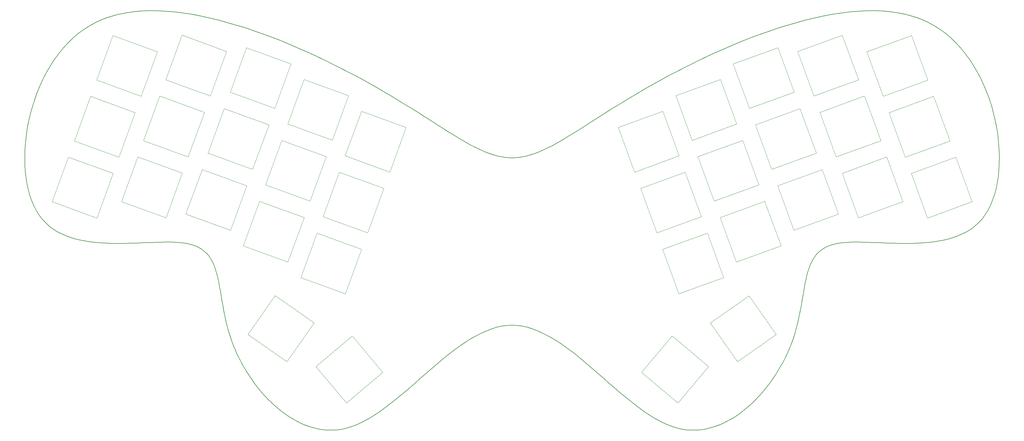
<source format=gm1>
%TF.GenerationSoftware,KiCad,Pcbnew,7.0.1-0*%
%TF.CreationDate,2023-05-23T19:45:04-04:00*%
%TF.ProjectId,plate,706c6174-652e-46b6-9963-61645f706362,rev?*%
%TF.SameCoordinates,Original*%
%TF.FileFunction,Profile,NP*%
%FSLAX46Y46*%
G04 Gerber Fmt 4.6, Leading zero omitted, Abs format (unit mm)*
G04 Created by KiCad (PCBNEW 7.0.1-0) date 2023-05-23 19:45:04*
%MOMM*%
%LPD*%
G01*
G04 APERTURE LIST*
%ADD10C,0.200000*%
%TA.AperFunction,Profile*%
%ADD11C,0.120000*%
%TD*%
G04 APERTURE END LIST*
D10*
X209989920Y-177473930D02*
X211496905Y-177545688D01*
X213003702Y-177755440D01*
X214510129Y-178094939D01*
X216016003Y-178555936D01*
X217521141Y-179130184D01*
X219025362Y-179809435D01*
X220528484Y-180585441D01*
X222030323Y-181449954D01*
X223530697Y-182394727D01*
X225029425Y-183411512D01*
X226526324Y-184492061D01*
X228021211Y-185628127D01*
X229513905Y-186811461D01*
X231004223Y-188033816D01*
X232491983Y-189286945D01*
X233977002Y-190562598D01*
X235459098Y-191852530D01*
X236938090Y-193148491D01*
X238413793Y-194442234D01*
X239886027Y-195725512D01*
X241354609Y-196990076D01*
X242819357Y-198227679D01*
X244280088Y-199430073D01*
X245736620Y-200589011D01*
X247188771Y-201696244D01*
X248636358Y-202743525D01*
X250079200Y-203722605D01*
X251517113Y-204625239D01*
X252949916Y-205443176D01*
X254377426Y-206168171D01*
X255799462Y-206791975D01*
X257215840Y-207306340D01*
X331448260Y-88474984D02*
X329500091Y-87631970D01*
X327472086Y-86925412D01*
X325369114Y-86350540D01*
X323196047Y-85902583D01*
X320957754Y-85576771D01*
X318659105Y-85368333D01*
X316304971Y-85272499D01*
X313900220Y-85284498D01*
X311449724Y-85399561D01*
X308958352Y-85612917D01*
X306430974Y-85919796D01*
X303872461Y-86315426D01*
X301287683Y-86795039D01*
X298681509Y-87353863D01*
X296058809Y-87987128D01*
X293424455Y-88690064D01*
X290783314Y-89457900D01*
X288140259Y-90285867D01*
X285500159Y-91169193D01*
X282867883Y-92103108D01*
X280248303Y-93082843D01*
X277646287Y-94103626D01*
X275066707Y-95160687D01*
X272514431Y-96249256D01*
X269994331Y-97364563D01*
X267511276Y-98501837D01*
X265070137Y-99656307D01*
X262675782Y-100823204D01*
X260333083Y-101997757D01*
X258046910Y-103175196D01*
X255822132Y-104350750D01*
X253663620Y-105519650D01*
X115796300Y-153741730D02*
X116742094Y-154018774D01*
X117610549Y-154353039D01*
X118405810Y-154742917D01*
X119132024Y-155186803D01*
X119793336Y-155683089D01*
X120393892Y-156230168D01*
X120937837Y-156826433D01*
X121429319Y-157470278D01*
X121872481Y-158160096D01*
X122271472Y-158894281D01*
X122630435Y-159671224D01*
X122953518Y-160489320D01*
X123244865Y-161346961D01*
X123508623Y-162242542D01*
X123748937Y-163174454D01*
X123969955Y-164141092D01*
X124175820Y-165140848D01*
X124370679Y-166172116D01*
X124558678Y-167233288D01*
X124743963Y-168322759D01*
X124930680Y-169438920D01*
X125122974Y-170580167D01*
X125324991Y-171744890D01*
X125540878Y-172931485D01*
X125774779Y-174138343D01*
X126030842Y-175363858D01*
X126313211Y-176606424D01*
X126626032Y-177864433D01*
X126973452Y-179136279D01*
X127359616Y-180420355D01*
X127788670Y-181715054D01*
X128264760Y-183018770D01*
X128264760Y-183018770D02*
X128791102Y-184329507D01*
X129367205Y-185643741D01*
X129991654Y-186957561D01*
X130663030Y-188267058D01*
X131379919Y-189568323D01*
X132140904Y-190857446D01*
X132944568Y-192130518D01*
X133789495Y-193383631D01*
X134674268Y-194612874D01*
X135597472Y-195814338D01*
X136557690Y-196984114D01*
X137553506Y-198118292D01*
X138583502Y-199212964D01*
X139646264Y-200264220D01*
X140740374Y-201268151D01*
X141864417Y-202220847D01*
X143016975Y-203118399D01*
X144196633Y-203956898D01*
X145401975Y-204732434D01*
X146631583Y-205441099D01*
X147884041Y-206078982D01*
X149157934Y-206642175D01*
X150451844Y-207126768D01*
X151764356Y-207528852D01*
X153094053Y-207844518D01*
X154439518Y-208069855D01*
X155799336Y-208200956D01*
X157172090Y-208233911D01*
X158556364Y-208164810D01*
X159950741Y-207989744D01*
X161353805Y-207704803D01*
X162764140Y-207306080D01*
X257215840Y-207306340D02*
X258626165Y-207705042D01*
X260029220Y-207989962D01*
X261423588Y-208165009D01*
X262807853Y-208234093D01*
X264180599Y-208201123D01*
X265540408Y-208070007D01*
X266885866Y-207844656D01*
X268215555Y-207528979D01*
X269528058Y-207126884D01*
X270821960Y-206642281D01*
X272095844Y-206079080D01*
X273348295Y-205441190D01*
X274577894Y-204732519D01*
X275783226Y-203956977D01*
X276962875Y-203118474D01*
X278115425Y-202220918D01*
X279239458Y-201268220D01*
X280333558Y-200264287D01*
X281396310Y-199213030D01*
X282426296Y-198118358D01*
X283422100Y-196984179D01*
X284382307Y-195814404D01*
X285305498Y-194612942D01*
X286190260Y-193383701D01*
X287035173Y-192130591D01*
X287838823Y-190857522D01*
X288599793Y-189568402D01*
X289316667Y-188267141D01*
X289988028Y-186957647D01*
X290612459Y-185643832D01*
X291188545Y-184329603D01*
X291714870Y-183018870D01*
X162764140Y-207306080D02*
X164180526Y-206791693D01*
X165602567Y-206167870D01*
X167030082Y-205442859D01*
X168462888Y-204624907D01*
X169900803Y-203722263D01*
X171343644Y-202743173D01*
X172791230Y-201695886D01*
X174243378Y-200588649D01*
X175699906Y-199429710D01*
X177160632Y-198227316D01*
X178625374Y-196989715D01*
X180093949Y-195725155D01*
X181566175Y-194441884D01*
X183041871Y-193148149D01*
X184520853Y-191852197D01*
X186002941Y-190562277D01*
X187487951Y-189286636D01*
X188975701Y-188033522D01*
X190466009Y-186811182D01*
X191958694Y-185627864D01*
X193453572Y-184491817D01*
X194950462Y-183411286D01*
X196449181Y-182394521D01*
X197949548Y-181449769D01*
X199451380Y-180585277D01*
X200954494Y-179809293D01*
X202458710Y-179130065D01*
X203963843Y-178555840D01*
X205469713Y-178094867D01*
X206976138Y-177755392D01*
X208482934Y-177545664D01*
X209989920Y-177473930D01*
X304183110Y-153741460D02*
X305208820Y-153522033D01*
X306310685Y-153355821D01*
X307483385Y-153237212D01*
X308721600Y-153160592D01*
X310020010Y-153120346D01*
X311373295Y-153110861D01*
X312776135Y-153126523D01*
X314223210Y-153161720D01*
X315709201Y-153210836D01*
X317228787Y-153268259D01*
X318776649Y-153328375D01*
X320347466Y-153385570D01*
X321935919Y-153434231D01*
X323536688Y-153468743D01*
X325144453Y-153483494D01*
X326753895Y-153472870D01*
X328359692Y-153431256D01*
X329956525Y-153353039D01*
X331539075Y-153232607D01*
X333102021Y-153064344D01*
X334640044Y-152842637D01*
X336147824Y-152561873D01*
X337620040Y-152216439D01*
X339051374Y-151800719D01*
X340436504Y-151309102D01*
X341770111Y-150735972D01*
X343046876Y-150075717D01*
X344261477Y-149322722D01*
X345408597Y-148471375D01*
X346482913Y-147516061D01*
X347479108Y-146451167D01*
X348391860Y-145271080D01*
X88531403Y-88474847D02*
X86667133Y-89456922D01*
X84887712Y-90572038D01*
X83193264Y-91812007D01*
X81583918Y-93168639D01*
X80059799Y-94633746D01*
X78621034Y-96199138D01*
X77267750Y-97856626D01*
X76000073Y-99598023D01*
X74818129Y-101415138D01*
X73722045Y-103299783D01*
X72711948Y-105243769D01*
X71787964Y-107238908D01*
X70950220Y-109277010D01*
X70198842Y-111349886D01*
X69533957Y-113449348D01*
X68955691Y-115567207D01*
X68464171Y-117695273D01*
X68059523Y-119825358D01*
X67741874Y-121949273D01*
X67511351Y-124058830D01*
X67368079Y-126145838D01*
X67312186Y-128202110D01*
X67343798Y-130219457D01*
X67463041Y-132189689D01*
X67670042Y-134104618D01*
X67964928Y-135956054D01*
X68347825Y-137735809D01*
X68818860Y-139435695D01*
X69378159Y-141047522D01*
X70025849Y-142563100D01*
X70762056Y-143974243D01*
X71586907Y-145272760D01*
X348391860Y-145271080D02*
X349216752Y-143972492D01*
X349953000Y-142561298D01*
X350600728Y-141045687D01*
X351160065Y-139433846D01*
X351631137Y-137733962D01*
X352014069Y-135954224D01*
X352308989Y-134102819D01*
X352516023Y-132187935D01*
X352635299Y-130217759D01*
X352666941Y-128200480D01*
X352611078Y-126144284D01*
X352467836Y-124057360D01*
X352237340Y-121947895D01*
X351919719Y-119824077D01*
X351515097Y-117694094D01*
X351023603Y-115566134D01*
X350445363Y-113448383D01*
X349780502Y-111349031D01*
X349029148Y-109276263D01*
X348191428Y-107238270D01*
X347267467Y-105243237D01*
X346257393Y-103299353D01*
X345161332Y-101414805D01*
X343979411Y-99597781D01*
X342711756Y-97856469D01*
X341358494Y-96199057D01*
X339919751Y-94633732D01*
X338395655Y-93168681D01*
X336786330Y-91812094D01*
X335091905Y-90572156D01*
X333312506Y-89457057D01*
X331448260Y-88474984D01*
X166316540Y-105519810D02*
X164158026Y-104350899D01*
X161933246Y-103175334D01*
X159647069Y-101997885D01*
X157304366Y-100823321D01*
X154910005Y-99656413D01*
X152468858Y-98501932D01*
X149985795Y-97364647D01*
X147465685Y-96249330D01*
X144913399Y-95160750D01*
X142333806Y-94103679D01*
X139731778Y-93082886D01*
X137112184Y-92103141D01*
X134479893Y-91169216D01*
X131839777Y-90285879D01*
X129196706Y-89457903D01*
X126555549Y-88690057D01*
X123921176Y-87987112D01*
X121298458Y-87353837D01*
X118692265Y-86795004D01*
X116107467Y-86315382D01*
X113548933Y-85919743D01*
X111021535Y-85612856D01*
X108530142Y-85399491D01*
X106079624Y-85284420D01*
X103674851Y-85272412D01*
X101320694Y-85368238D01*
X99022023Y-85576668D01*
X96783707Y-85902473D01*
X94610617Y-86350423D01*
X92507623Y-86925289D01*
X90479595Y-87631839D01*
X88531403Y-88474847D01*
X253663620Y-105519650D02*
X251575070Y-106677654D01*
X249555448Y-107822666D01*
X247602532Y-108953126D01*
X245714098Y-110067477D01*
X243887922Y-111164158D01*
X242121780Y-112241612D01*
X240413449Y-113298279D01*
X238760706Y-114332602D01*
X237161327Y-115343020D01*
X235613088Y-116327975D01*
X234113767Y-117285909D01*
X232661138Y-118215263D01*
X231252980Y-119114478D01*
X229887069Y-119981995D01*
X228561180Y-120816255D01*
X227273091Y-121615701D01*
X226020577Y-122378772D01*
X224801417Y-123103910D01*
X223613385Y-123789557D01*
X222454258Y-124434154D01*
X221321813Y-125036141D01*
X220213827Y-125593961D01*
X219128075Y-126106054D01*
X218062335Y-126570862D01*
X217014383Y-126986825D01*
X215981994Y-127352386D01*
X214962947Y-127665985D01*
X213955017Y-127926064D01*
X212955981Y-128131063D01*
X211963615Y-128279425D01*
X210975696Y-128369590D01*
X209990000Y-128400000D01*
X209990000Y-128400000D02*
X209004304Y-128369614D01*
X208016386Y-128279471D01*
X207024022Y-128131130D01*
X206024989Y-127926150D01*
X205017063Y-127666089D01*
X203998020Y-127352507D01*
X202965637Y-126986962D01*
X201917690Y-126571012D01*
X200851956Y-126106217D01*
X199766211Y-125594136D01*
X198658232Y-125036326D01*
X197525794Y-124434348D01*
X196366675Y-123789759D01*
X195178651Y-123104119D01*
X193959498Y-122378986D01*
X192706992Y-121615920D01*
X191418910Y-120816478D01*
X190093029Y-119982220D01*
X188727125Y-119114704D01*
X187318974Y-118215489D01*
X185866353Y-117286135D01*
X184367038Y-116328199D01*
X182818806Y-115343241D01*
X181219432Y-114332820D01*
X179566694Y-113298493D01*
X177858368Y-112241820D01*
X176092230Y-111164361D01*
X174266057Y-110067672D01*
X172377625Y-108953314D01*
X170424710Y-107822845D01*
X168405090Y-106677824D01*
X166316540Y-105519810D01*
X71586907Y-145272760D02*
X72499621Y-146452766D01*
X73495786Y-147517581D01*
X74570083Y-148472819D01*
X75717191Y-149324092D01*
X76931789Y-150077016D01*
X78208557Y-150737202D01*
X79542174Y-151310265D01*
X80927320Y-151801819D01*
X82358675Y-152217477D01*
X83830917Y-152562853D01*
X85338727Y-152843560D01*
X86876785Y-153065212D01*
X88439768Y-153233423D01*
X90022358Y-153353806D01*
X91619234Y-153431976D01*
X93225075Y-153473545D01*
X94834560Y-153484127D01*
X96442370Y-153469336D01*
X98043183Y-153434786D01*
X99631681Y-153386090D01*
X101202540Y-153328861D01*
X102750443Y-153268715D01*
X104270067Y-153211263D01*
X105756093Y-153162120D01*
X107203200Y-153126900D01*
X108606068Y-153111215D01*
X109959375Y-153120681D01*
X111257803Y-153160909D01*
X112496029Y-153237515D01*
X113668734Y-153356111D01*
X114770598Y-153522311D01*
X115796300Y-153741730D01*
X291714870Y-183018870D02*
X292190941Y-181715159D01*
X292619976Y-180420462D01*
X293006122Y-179136386D01*
X293353524Y-177864538D01*
X293666329Y-176606525D01*
X293948681Y-175363953D01*
X294204727Y-174138430D01*
X294438613Y-172931563D01*
X294654484Y-171744959D01*
X294856487Y-170580223D01*
X295048767Y-169438965D01*
X295235471Y-168322789D01*
X295420744Y-167233304D01*
X295608732Y-166172116D01*
X295803581Y-165140832D01*
X296009437Y-164141060D01*
X296230446Y-163174405D01*
X296470753Y-162242475D01*
X296734505Y-161346877D01*
X297025847Y-160489218D01*
X297348925Y-159671105D01*
X297707886Y-158894144D01*
X298106875Y-158159943D01*
X298550038Y-157470108D01*
X299041520Y-156826247D01*
X299585469Y-156229967D01*
X300186029Y-155682873D01*
X300847346Y-155186574D01*
X301573567Y-154742676D01*
X302368837Y-154352787D01*
X303237303Y-154018512D01*
X304183110Y-153741460D01*
D11*
X287722096Y-136566176D02*
X300783824Y-131812096D01*
X292476176Y-149627904D02*
X287722096Y-136566176D01*
X300783824Y-131812096D02*
X305537904Y-144873824D01*
X305537904Y-144873824D02*
X292476176Y-149627904D01*
X254072096Y-155196176D02*
X267133824Y-150442096D01*
X258826176Y-168257904D02*
X254072096Y-155196176D01*
X267133824Y-150442096D02*
X271887904Y-163503824D01*
X271887904Y-163503824D02*
X258826176Y-168257904D01*
X306602096Y-132886176D02*
X319663824Y-128132096D01*
X311356176Y-145947904D02*
X306602096Y-132886176D01*
X319663824Y-128132096D02*
X324417904Y-141193824D01*
X324417904Y-141193824D02*
X311356176Y-145947904D01*
X152876176Y-150432096D02*
X165937904Y-155186176D01*
X148122096Y-163493824D02*
X152876176Y-150432096D01*
X165937904Y-155186176D02*
X161183824Y-168247904D01*
X161183824Y-168247904D02*
X148122096Y-163493824D01*
X293602096Y-97176176D02*
X306663824Y-92422096D01*
X298356176Y-110237904D02*
X293602096Y-97176176D01*
X306663824Y-92422096D02*
X311417904Y-105483824D01*
X311417904Y-105483824D02*
X298356176Y-110237904D01*
X100346176Y-128122096D02*
X113407904Y-132876176D01*
X95592096Y-141183824D02*
X100346176Y-128122096D01*
X113407904Y-132876176D02*
X108653824Y-145937904D01*
X108653824Y-145937904D02*
X95592096Y-141183824D01*
X268000537Y-176773250D02*
X279386750Y-168800537D01*
X275973250Y-188159463D02*
X268000537Y-176773250D01*
X279386750Y-168800537D02*
X287359463Y-180186750D01*
X287359463Y-180186750D02*
X275973250Y-188159463D01*
X93086176Y-92502096D02*
X106147904Y-97256176D01*
X88332096Y-105563824D02*
X93086176Y-92502096D01*
X106147904Y-97256176D02*
X101393824Y-110317904D01*
X101393824Y-110317904D02*
X88332096Y-105563824D01*
X247572096Y-137336176D02*
X260633824Y-132582096D01*
X252326176Y-150397904D02*
X247572096Y-137336176D01*
X260633824Y-132582096D02*
X265387904Y-145643824D01*
X265387904Y-145643824D02*
X252326176Y-150397904D01*
X140623250Y-168780537D02*
X152009463Y-176753250D01*
X132650537Y-180166750D02*
X140623250Y-168780537D01*
X152009463Y-176753250D02*
X144036750Y-188139463D01*
X144036750Y-188139463D02*
X132650537Y-180166750D01*
X264402096Y-128026176D02*
X277463824Y-123272096D01*
X269156176Y-141087904D02*
X264402096Y-128026176D01*
X277463824Y-123272096D02*
X282217904Y-136333824D01*
X282217904Y-136333824D02*
X269156176Y-141087904D01*
X241062096Y-119496176D02*
X254123824Y-114742096D01*
X245816176Y-132557904D02*
X241062096Y-119496176D01*
X254123824Y-114742096D02*
X258877904Y-127803824D01*
X258877904Y-127803824D02*
X245816176Y-132557904D01*
X270902096Y-145886176D02*
X283963824Y-141132096D01*
X275656176Y-158947904D02*
X270902096Y-145886176D01*
X283963824Y-141132096D02*
X288717904Y-154193824D01*
X288717904Y-154193824D02*
X275656176Y-158947904D01*
X159366176Y-132592096D02*
X172427904Y-137346176D01*
X154612096Y-145653824D02*
X159366176Y-132592096D01*
X172427904Y-137346176D02*
X167673824Y-150407904D01*
X167673824Y-150407904D02*
X154612096Y-145653824D01*
X149036176Y-105412096D02*
X162097904Y-110166176D01*
X144282096Y-118473824D02*
X149036176Y-105412096D01*
X162097904Y-110166176D02*
X157343824Y-123227904D01*
X157343824Y-123227904D02*
X144282096Y-118473824D01*
X106836176Y-110272096D02*
X119897904Y-115026176D01*
X102082096Y-123333824D02*
X106836176Y-110272096D01*
X119897904Y-115026176D02*
X115143824Y-128087904D01*
X115143824Y-128087904D02*
X102082096Y-123333824D01*
X257902096Y-110176176D02*
X270963824Y-105422096D01*
X262656176Y-123237904D02*
X257902096Y-110176176D01*
X270963824Y-105422096D02*
X275717904Y-118483824D01*
X275717904Y-118483824D02*
X262656176Y-123237904D01*
X247888617Y-191276635D02*
X256823365Y-180628617D01*
X258536635Y-200211383D02*
X247888617Y-191276635D01*
X256823365Y-180628617D02*
X267471383Y-189563365D01*
X267471383Y-189563365D02*
X258536635Y-200211383D01*
X165866176Y-114732096D02*
X178927904Y-119486176D01*
X161112096Y-127793824D02*
X165866176Y-114732096D01*
X178927904Y-119486176D02*
X174173824Y-132547904D01*
X174173824Y-132547904D02*
X161112096Y-127793824D01*
X136046176Y-141112096D02*
X149107904Y-145866176D01*
X131292096Y-154173824D02*
X136046176Y-141112096D01*
X149107904Y-145866176D02*
X144353824Y-158927904D01*
X144353824Y-158927904D02*
X131292096Y-154173824D01*
X80086176Y-128202096D02*
X93147904Y-132956176D01*
X75332096Y-141263824D02*
X80086176Y-128202096D01*
X93147904Y-132956176D02*
X88393824Y-146017904D01*
X88393824Y-146017904D02*
X75332096Y-141263824D01*
X326852096Y-132956176D02*
X339913824Y-128202096D01*
X331606176Y-146017904D02*
X326852096Y-132956176D01*
X339913824Y-128202096D02*
X344667904Y-141263824D01*
X344667904Y-141263824D02*
X331606176Y-146017904D01*
X119216176Y-131792096D02*
X132277904Y-136546176D01*
X114462096Y-144853824D02*
X119216176Y-131792096D01*
X132277904Y-136546176D02*
X127523824Y-149607904D01*
X127523824Y-149607904D02*
X114462096Y-144853824D01*
X313852096Y-97256176D02*
X326913824Y-92502096D01*
X318606176Y-110317904D02*
X313852096Y-97256176D01*
X326913824Y-92502096D02*
X331667904Y-105563824D01*
X331667904Y-105563824D02*
X318606176Y-110317904D01*
X86576176Y-110352096D02*
X99637904Y-115106176D01*
X81822096Y-123413824D02*
X86576176Y-110352096D01*
X99637904Y-115106176D02*
X94883824Y-128167904D01*
X94883824Y-128167904D02*
X81822096Y-123413824D01*
X274732096Y-100846176D02*
X287793824Y-96092096D01*
X279486176Y-113907904D02*
X274732096Y-100846176D01*
X287793824Y-96092096D02*
X292547904Y-109153824D01*
X292547904Y-109153824D02*
X279486176Y-113907904D01*
X113346176Y-92412096D02*
X126407904Y-97166176D01*
X108592096Y-105473824D02*
X113346176Y-92412096D01*
X126407904Y-97166176D02*
X121653824Y-110227904D01*
X121653824Y-110227904D02*
X108592096Y-105473824D01*
X132206176Y-96092096D02*
X145267904Y-100846176D01*
X127452096Y-109153824D02*
X132206176Y-96092096D01*
X145267904Y-100846176D02*
X140513824Y-113907904D01*
X140513824Y-113907904D02*
X127452096Y-109153824D01*
X125716176Y-113962096D02*
X138777904Y-118716176D01*
X120962096Y-127023824D02*
X125716176Y-113962096D01*
X138777904Y-118716176D02*
X134023824Y-131777904D01*
X134023824Y-131777904D02*
X120962096Y-127023824D01*
X142536176Y-123272096D02*
X155597904Y-128026176D01*
X137782096Y-136333824D02*
X142536176Y-123272096D01*
X155597904Y-128026176D02*
X150843824Y-141087904D01*
X150843824Y-141087904D02*
X137782096Y-136333824D01*
X300112096Y-115026176D02*
X313173824Y-110272096D01*
X304866176Y-128087904D02*
X300112096Y-115026176D01*
X313173824Y-110272096D02*
X317927904Y-123333824D01*
X317927904Y-123333824D02*
X304866176Y-128087904D01*
X281232096Y-118706176D02*
X294293824Y-113952096D01*
X285986176Y-131767904D02*
X281232096Y-118706176D01*
X294293824Y-113952096D02*
X299047904Y-127013824D01*
X299047904Y-127013824D02*
X285986176Y-131767904D01*
X163176635Y-180628617D02*
X172111383Y-191276635D01*
X152528617Y-189563365D02*
X163176635Y-180628617D01*
X172111383Y-191276635D02*
X161463365Y-200211383D01*
X161463365Y-200211383D02*
X152528617Y-189563365D01*
X320352096Y-115106176D02*
X333413824Y-110352096D01*
X325106176Y-128167904D02*
X320352096Y-115106176D01*
X333413824Y-110352096D02*
X338167904Y-123413824D01*
X338167904Y-123413824D02*
X325106176Y-128167904D01*
M02*

</source>
